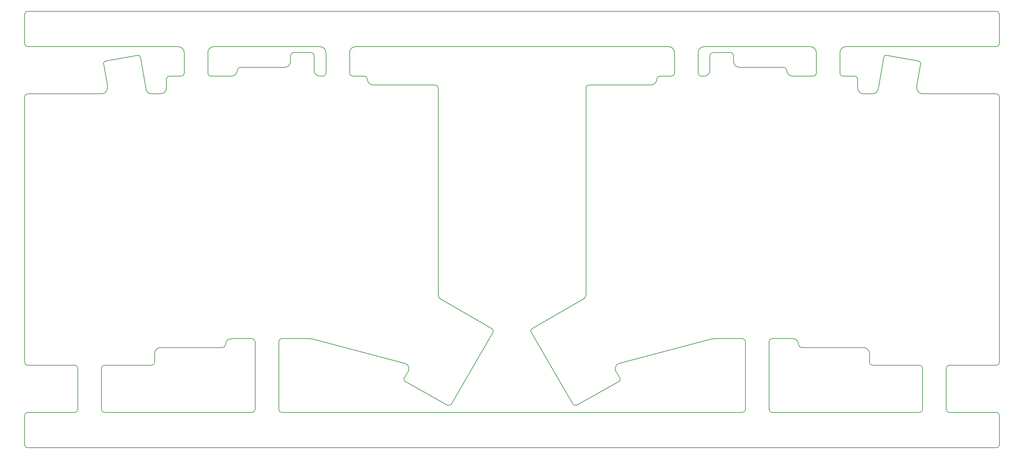
<source format=gm1>
G04 #@! TF.GenerationSoftware,KiCad,Pcbnew,(5.1.2)-1*
G04 #@! TF.CreationDate,2019-06-25T19:13:37+09:00*
G04 #@! TF.ProjectId,Orbit,4f726269-742e-46b6-9963-61645f706362,rev?*
G04 #@! TF.SameCoordinates,Original*
G04 #@! TF.FileFunction,Profile,NP*
%FSLAX46Y46*%
G04 Gerber Fmt 4.6, Leading zero omitted, Abs format (unit mm)*
G04 Created by KiCad (PCBNEW (5.1.2)-1) date 2019-06-25 19:13:37*
%MOMM*%
%LPD*%
G04 APERTURE LIST*
%ADD10C,0.150000*%
G04 APERTURE END LIST*
D10*
X272256250Y-112712500D02*
X259556250Y-112712500D01*
X232568750Y-105568750D02*
X238125000Y-105568750D01*
X92868750Y-105568750D02*
X87312500Y-105568750D01*
X45243750Y-112712500D02*
X32543750Y-112712500D01*
X52387500Y-113506250D02*
G75*
G02X53181250Y-112712500I793750J0D01*
G01*
X45243750Y-112712500D02*
G75*
G02X46037500Y-113506250I0J-793750D01*
G01*
X32543750Y-134937500D02*
G75*
G02X31750000Y-134143750I0J793750D01*
G01*
X31750000Y-126206250D02*
G75*
G02X32543750Y-125412500I793750J0D01*
G01*
X46037500Y-124618750D02*
G75*
G02X45243750Y-125412500I-793750J0D01*
G01*
X53181250Y-125412500D02*
G75*
G02X52387500Y-124618750I0J793750D01*
G01*
X92868750Y-105568750D02*
G75*
G02X93662500Y-106362500I0J-793750D01*
G01*
X100012500Y-106362500D02*
G75*
G02X100806250Y-105568750I793750J0D01*
G01*
X93662500Y-124618750D02*
G75*
G02X92868750Y-125412500I-793750J0D01*
G01*
X100806250Y-125412500D02*
G75*
G02X100012500Y-124618750I0J793750D01*
G01*
X231775000Y-106362500D02*
G75*
G02X232568750Y-105568750I793750J0D01*
G01*
X224631250Y-105568750D02*
G75*
G02X225425000Y-106362500I0J-793750D01*
G01*
X225425000Y-124618750D02*
G75*
G02X224631250Y-125412500I-793750J0D01*
G01*
X232568750Y-125412500D02*
G75*
G02X231775000Y-124618750I0J793750D01*
G01*
X279400000Y-113506250D02*
G75*
G02X280193750Y-112712500I793750J0D01*
G01*
X272256250Y-112712500D02*
G75*
G02X273050000Y-113506250I0J-793750D01*
G01*
X273050000Y-124618750D02*
G75*
G02X272256250Y-125412500I-793750J0D01*
G01*
X293687500Y-134143750D02*
G75*
G02X292893750Y-134937500I-793750J0D01*
G01*
X292893750Y-125412500D02*
G75*
G02X293687500Y-126206250I0J-793750D01*
G01*
X280193750Y-125412500D02*
G75*
G02X279400000Y-124618750I0J793750D01*
G01*
X293687500Y-126206250D02*
X293687500Y-134143750D01*
X280193750Y-125412500D02*
X292893750Y-125412500D01*
X279400000Y-113506250D02*
X279400000Y-124618750D01*
X273050000Y-124618750D02*
X273050000Y-113506250D01*
X232568750Y-125412500D02*
X272256250Y-125412500D01*
X231775000Y-106362500D02*
X231775000Y-124618750D01*
X225425000Y-106362500D02*
X225425000Y-124618750D01*
X32543750Y-134937500D02*
X292893750Y-134937500D01*
X31750000Y-126206250D02*
X31750000Y-134143750D01*
X45243750Y-125412500D02*
X32543750Y-125412500D01*
X46037500Y-113506250D02*
X46037500Y-124618750D01*
X52387500Y-113506250D02*
X52387500Y-124618750D01*
X92868750Y-125412500D02*
X53181250Y-125412500D01*
X93662500Y-106362500D02*
X93662500Y-124618750D01*
X100012500Y-124618750D02*
X100012500Y-106362500D01*
X224631250Y-125412500D02*
X100806250Y-125412500D01*
X213518750Y-34925000D02*
X214312500Y-34925000D01*
X206375000Y-34131250D02*
G75*
G02X205581250Y-34925000I-793750J0D01*
G01*
X213518750Y-34925000D02*
G75*
G02X212725000Y-34131250I0J793750D01*
G01*
X212725000Y-28575000D02*
G75*
G02X214312500Y-26987500I1587500J0D01*
G01*
X204787500Y-26987500D02*
G75*
G02X206375000Y-28575000I0J-1587500D01*
G01*
X251618750Y-34925000D02*
X254793750Y-34925000D01*
X242887500Y-26987500D02*
G75*
G02X244475000Y-28575000I0J-1587500D01*
G01*
X244475000Y-34131250D02*
G75*
G02X243681250Y-34925000I-793750J0D01*
G01*
X251618750Y-34925000D02*
G75*
G02X250825000Y-34131250I0J793750D01*
G01*
X250825000Y-28575000D02*
G75*
G02X252412500Y-26987500I1587500J0D01*
G01*
X293687500Y-26193750D02*
G75*
G02X292893750Y-26987500I-793750J0D01*
G01*
X292893750Y-17462500D02*
G75*
G02X293687500Y-18256250I0J-793750D01*
G01*
X293687500Y-18256250D02*
X293687500Y-26193750D01*
X32543750Y-17462500D02*
X292893750Y-17462500D01*
X252412500Y-26987500D02*
X292893750Y-26987500D01*
X250825000Y-34131250D02*
X250825000Y-28575000D01*
X244475000Y-34131250D02*
X244475000Y-28575000D01*
X214312500Y-26987500D02*
X242887500Y-26987500D01*
X212725000Y-34131250D02*
X212725000Y-28575000D01*
X206375000Y-28575000D02*
X206375000Y-34131250D01*
X120650000Y-26987500D02*
X204787500Y-26987500D01*
X31750000Y-26193750D02*
X31750000Y-18256250D01*
X31750000Y-18256250D02*
G75*
G02X32543750Y-17462500I793750J0D01*
G01*
X32543750Y-26987500D02*
G75*
G02X31750000Y-26193750I0J793750D01*
G01*
X119062500Y-28575000D02*
X119062500Y-34131250D01*
X112712500Y-34131250D02*
X112712500Y-28575000D01*
X111918750Y-34925000D02*
X111125000Y-34925000D01*
X119062500Y-28575000D02*
G75*
G02X120650000Y-26987500I1587500J0D01*
G01*
X111125000Y-26987500D02*
G75*
G02X112712500Y-28575000I0J-1587500D01*
G01*
X119856250Y-34925000D02*
G75*
G02X119062500Y-34131250I0J793750D01*
G01*
X112712500Y-34131250D02*
G75*
G02X111918750Y-34925000I-793750J0D01*
G01*
X73025000Y-26987500D02*
G75*
G02X74612500Y-28575000I0J-1587500D01*
G01*
X74612500Y-34131250D02*
G75*
G02X73818750Y-34925000I-793750J0D01*
G01*
X81756250Y-34925000D02*
G75*
G02X80962500Y-34131250I0J793750D01*
G01*
X80962500Y-28575000D02*
G75*
G02X82550000Y-26987500I1587500J0D01*
G01*
X82550000Y-26987500D02*
X111125000Y-26987500D01*
X80962500Y-34131250D02*
X80962500Y-28575000D01*
X87312500Y-34925000D02*
X81756250Y-34925000D01*
X74612500Y-28575000D02*
X74612500Y-34131250D01*
X70643750Y-34925000D02*
X73818750Y-34925000D01*
X73025000Y-26987500D02*
X32543750Y-26987500D01*
X271970500Y-30861000D02*
X263334500Y-29337000D01*
X240506250Y-107950000D02*
X257175000Y-107950000D01*
X262572500Y-29845000D02*
X261143750Y-38100000D01*
X293687500Y-111918750D02*
X293687500Y-40481250D01*
X205581250Y-34925000D02*
X202406250Y-34925000D01*
X222250000Y-30956250D02*
X222250000Y-29368750D01*
X235743750Y-32543750D02*
X223837500Y-32543750D01*
X259556250Y-39687500D02*
X257175000Y-39687500D01*
X217487500Y-105568750D02*
X224631250Y-105568750D01*
X292893750Y-39687500D02*
X273050000Y-39687500D01*
X216471500Y-105613200D02*
X191579500Y-112204500D01*
X215900000Y-29368750D02*
X215900000Y-33337500D01*
X271462500Y-37306250D02*
X272478500Y-31623000D01*
X200025000Y-37306250D02*
X183356250Y-37306250D01*
X258762500Y-109537500D02*
X258762500Y-111918750D01*
X182562500Y-38100000D02*
X182562500Y-93662500D01*
X243681250Y-34925000D02*
X238125000Y-34925000D01*
X271462500Y-38100000D02*
X271462500Y-37306250D01*
X280193750Y-112712500D02*
X292893750Y-112712500D01*
X255587500Y-38100000D02*
X255587500Y-35718750D01*
X221456250Y-28575000D02*
X216693750Y-28575000D01*
X200025000Y-37306250D02*
G75*
G03X201612500Y-35718750I0J1587500D01*
G01*
X255587500Y-38100000D02*
G75*
G03X257175000Y-39687500I1587500J0D01*
G01*
X271462500Y-38100000D02*
G75*
G03X273050000Y-39687500I1587500J0D01*
G01*
X258762500Y-111918750D02*
G75*
G03X259556250Y-112712500I793750J0D01*
G01*
X255587500Y-35718750D02*
G75*
G03X254793750Y-34925000I-793750J0D01*
G01*
X292893750Y-112712500D02*
G75*
G03X293687500Y-111918750I0J793750D01*
G01*
X214312500Y-34925000D02*
G75*
G03X215900000Y-33337500I0J1587500D01*
G01*
X222250000Y-29368750D02*
G75*
G03X221456250Y-28575000I-793750J0D01*
G01*
X236537500Y-33337500D02*
G75*
G03X235743750Y-32543750I-793750J0D01*
G01*
X216693750Y-28575000D02*
G75*
G03X215900000Y-29368750I0J-793750D01*
G01*
X239712500Y-107156250D02*
G75*
G03X238125000Y-105568750I-1587500J0D01*
G01*
X258762500Y-109537500D02*
G75*
G03X257175000Y-107950000I-1587500J0D01*
G01*
X222250000Y-30956250D02*
G75*
G03X223837500Y-32543750I1587500J0D01*
G01*
X293687500Y-40481250D02*
G75*
G03X292893750Y-39687500I-793750J0D01*
G01*
X236537500Y-33337500D02*
G75*
G03X238125000Y-34925000I1587500J0D01*
G01*
X259556250Y-39687500D02*
G75*
G03X261143750Y-38100000I0J1587500D01*
G01*
X239712500Y-107156250D02*
G75*
G03X240506250Y-107950000I793750J0D01*
G01*
X183356250Y-37306250D02*
G75*
G03X182562500Y-38100000I0J-793750D01*
G01*
X202406250Y-34925000D02*
G75*
G03X201612500Y-35718750I0J-793750D01*
G01*
X182079900Y-94742000D02*
X168211500Y-102806500D01*
X182333900Y-94437200D02*
X182079900Y-94742000D01*
X182486300Y-94132400D02*
X182333900Y-94437200D01*
X182562500Y-93662500D02*
X182486300Y-94132400D01*
X167805100Y-103378000D02*
X167792400Y-103555800D01*
X168211500Y-102806500D02*
X167957500Y-103022400D01*
X179285900Y-123418600D02*
X179133500Y-123291600D01*
X180086000Y-123444000D02*
X179832000Y-123507500D01*
X190500000Y-113474500D02*
X190487300Y-113792000D01*
X180086000Y-123444000D02*
X191389000Y-117094000D01*
X190690500Y-112839500D02*
X190563500Y-113157000D01*
X179133500Y-123291600D02*
X179006500Y-123126500D01*
X191389000Y-117094000D02*
X191579500Y-116903500D01*
X167855900Y-103174800D02*
X167805100Y-103378000D01*
X179514500Y-123507500D02*
X179285900Y-123418600D01*
X167792400Y-103644700D02*
X167830500Y-103822500D01*
X191643000Y-116014500D02*
X190627000Y-114300000D01*
X190512700Y-114046000D02*
X190627000Y-114300000D01*
X190487300Y-113792000D02*
X190512700Y-114046000D01*
X190817500Y-112649000D02*
X190690500Y-112839500D01*
X191579500Y-112204500D02*
X191325500Y-112268000D01*
X167830500Y-103822500D02*
X179006500Y-123126500D01*
X191579500Y-116903500D02*
X191706500Y-116687600D01*
X167792400Y-103555800D02*
X167792400Y-103644700D01*
X190563500Y-113157000D02*
X190500000Y-113474500D01*
X191325500Y-112268000D02*
X191008000Y-112458500D01*
X167957500Y-103022400D02*
X167855900Y-103174800D01*
X179832000Y-123507500D02*
X179514500Y-123507500D01*
X191008000Y-112458500D02*
X190817500Y-112649000D01*
X191706500Y-116687600D02*
X191757300Y-116408200D01*
X191731900Y-116205000D02*
X191643000Y-116014500D01*
X191757300Y-116408200D02*
X191731900Y-116205000D01*
X272453100Y-31267400D02*
X272351500Y-31115000D01*
X272224500Y-30988000D02*
X271970500Y-30861000D01*
X272478500Y-31623000D02*
X272478500Y-31445200D01*
X263055100Y-29362400D02*
X262801100Y-29514800D01*
X263334500Y-29337000D02*
X263055100Y-29362400D01*
X262801100Y-29514800D02*
X262674100Y-29641800D01*
X262674100Y-29641800D02*
X262572500Y-29845000D01*
X272351500Y-31115000D02*
X272224500Y-30988000D01*
X272478500Y-31445200D02*
X272453100Y-31267400D01*
X217487500Y-105568750D02*
X216750900Y-105575100D01*
X216750900Y-105575100D02*
X216471500Y-105613200D01*
X53213000Y-30988000D02*
X53467000Y-30861000D01*
X53086000Y-31115000D02*
X53213000Y-30988000D01*
X52984400Y-31267400D02*
X53086000Y-31115000D01*
X52959000Y-31445200D02*
X52984400Y-31267400D01*
X52959000Y-31623000D02*
X52959000Y-31445200D01*
X62763400Y-29641800D02*
X62865000Y-29845000D01*
X62636400Y-29514800D02*
X62763400Y-29641800D01*
X62382400Y-29362400D02*
X62636400Y-29514800D01*
X62103000Y-29337000D02*
X62382400Y-29362400D01*
X108686600Y-105575100D02*
X108966000Y-105613200D01*
X107950000Y-105568750D02*
X108686600Y-105575100D01*
X133705600Y-116205000D02*
X133794500Y-116014500D01*
X133680200Y-116408200D02*
X133705600Y-116205000D01*
X133731000Y-116687600D02*
X133680200Y-116408200D01*
X133858000Y-116903500D02*
X133731000Y-116687600D01*
X134048500Y-117094000D02*
X133858000Y-116903500D01*
X146304000Y-123291600D02*
X146431000Y-123126500D01*
X146151600Y-123418600D02*
X146304000Y-123291600D01*
X145923000Y-123507500D02*
X146151600Y-123418600D01*
X145605500Y-123507500D02*
X145923000Y-123507500D01*
X145351500Y-123444000D02*
X145605500Y-123507500D01*
X157645100Y-103644700D02*
X157607000Y-103822500D01*
X157645100Y-103555800D02*
X157645100Y-103644700D01*
X157632400Y-103378000D02*
X157645100Y-103555800D01*
X157581600Y-103174800D02*
X157632400Y-103378000D01*
X157480000Y-103022400D02*
X157581600Y-103174800D01*
X157226000Y-102806500D02*
X157480000Y-103022400D01*
X134924800Y-114046000D02*
X134810500Y-114300000D01*
X134950200Y-113792000D02*
X134924800Y-114046000D01*
X134937500Y-113474500D02*
X134950200Y-113792000D01*
X134874000Y-113157000D02*
X134937500Y-113474500D01*
X134747000Y-112839500D02*
X134874000Y-113157000D01*
X134620000Y-112649000D02*
X134747000Y-112839500D01*
X134429500Y-112458500D02*
X134620000Y-112649000D01*
X134112000Y-112268000D02*
X134429500Y-112458500D01*
X133858000Y-112204500D02*
X134112000Y-112268000D01*
X133794500Y-116014500D02*
X134810500Y-114300000D01*
X145351500Y-123444000D02*
X134048500Y-117094000D01*
X157607000Y-103822500D02*
X146431000Y-123126500D01*
X143357600Y-94742000D02*
X157226000Y-102806500D01*
X143103600Y-94437200D02*
X143357600Y-94742000D01*
X142951200Y-94132400D02*
X143103600Y-94437200D01*
X142875000Y-93662500D02*
X142951200Y-94132400D01*
X31750000Y-40481250D02*
G75*
G02X32543750Y-39687500I793750J0D01*
G01*
X32543750Y-112712500D02*
G75*
G02X31750000Y-111918750I0J793750D01*
G01*
X66675000Y-111918750D02*
G75*
G02X65881250Y-112712500I-793750J0D01*
G01*
X66675000Y-109537500D02*
G75*
G02X68262500Y-107950000I1587500J0D01*
G01*
X85725000Y-107156250D02*
G75*
G02X87312500Y-105568750I1587500J0D01*
G01*
X85725000Y-107156250D02*
G75*
G02X84931250Y-107950000I-793750J0D01*
G01*
X142081250Y-37306250D02*
G75*
G02X142875000Y-38100000I0J-793750D01*
G01*
X125412500Y-37306250D02*
G75*
G02X123825000Y-35718750I0J1587500D01*
G01*
X123031250Y-34925000D02*
G75*
G02X123825000Y-35718750I0J-793750D01*
G01*
X111125000Y-34925000D02*
G75*
G02X109537500Y-33337500I0J1587500D01*
G01*
X103187500Y-29368750D02*
G75*
G02X103981250Y-28575000I793750J0D01*
G01*
X108743750Y-28575000D02*
G75*
G02X109537500Y-29368750I0J-793750D01*
G01*
X103187500Y-30956250D02*
G75*
G02X101600000Y-32543750I-1587500J0D01*
G01*
X88900000Y-33337500D02*
G75*
G02X89693750Y-32543750I793750J0D01*
G01*
X88900000Y-33337500D02*
G75*
G02X87312500Y-34925000I-1587500J0D01*
G01*
X69850000Y-35718750D02*
G75*
G02X70643750Y-34925000I793750J0D01*
G01*
X69850000Y-38100000D02*
G75*
G02X68262500Y-39687500I-1587500J0D01*
G01*
X65881250Y-39687500D02*
G75*
G02X64293750Y-38100000I0J1587500D01*
G01*
X53975000Y-38100000D02*
G75*
G02X52387500Y-39687500I-1587500J0D01*
G01*
X119856250Y-34925000D02*
X123031250Y-34925000D01*
X109537500Y-29368750D02*
X109537500Y-33337500D01*
X103981250Y-28575000D02*
X108743750Y-28575000D01*
X103187500Y-30956250D02*
X103187500Y-29368750D01*
X89693750Y-32543750D02*
X101600000Y-32543750D01*
X69850000Y-38100000D02*
X69850000Y-35718750D01*
X65881250Y-39687500D02*
X68262500Y-39687500D01*
X62865000Y-29845000D02*
X64293750Y-38100000D01*
X53467000Y-30861000D02*
X62103000Y-29337000D01*
X53975000Y-37306250D02*
X52959000Y-31623000D01*
X53975000Y-38100000D02*
X53975000Y-37306250D01*
X32543750Y-39687500D02*
X52387500Y-39687500D01*
X31750000Y-111918750D02*
X31750000Y-40481250D01*
X65881250Y-112712500D02*
X53181250Y-112712500D01*
X66675000Y-109537500D02*
X66675000Y-111918750D01*
X84931250Y-107950000D02*
X68262500Y-107950000D01*
X107950000Y-105568750D02*
X100806250Y-105568750D01*
X108966000Y-105613200D02*
X133858000Y-112204500D01*
X142875000Y-38100000D02*
X142875000Y-93662500D01*
X125412500Y-37306250D02*
X142081250Y-37306250D01*
M02*

</source>
